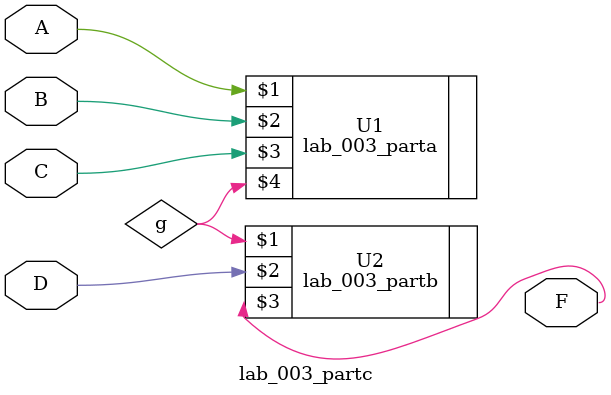
<source format=v>
module lab_003_partc (
  input A, B, C, D,
  output F
);

  wire g;

  lab_003_parta U1 (
    A, B, C, g
  );

  lab_003_partb U2 (
    g, D, F
  );

  endmodule

</source>
